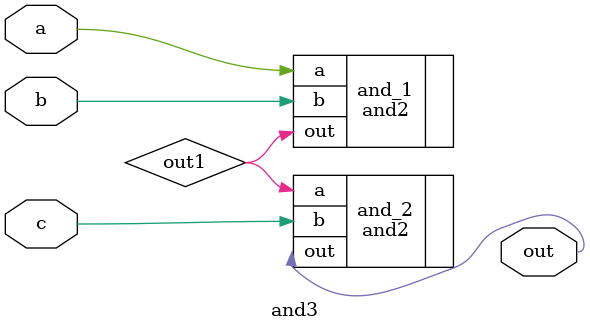
<source format=v>
module and3 (a, b, c, out);
    input a, b, c;
    output out;
    wire out1;

    and2 and_1 (.a(a), .b(b), .out(out1));
    and2 and_2 (.a(out1), .b(c), .out(out));

endmodule

</source>
